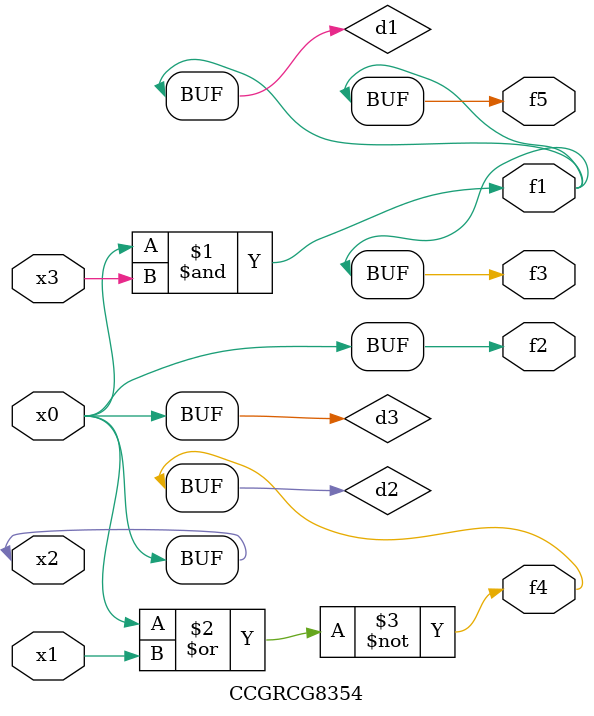
<source format=v>
module CCGRCG8354(
	input x0, x1, x2, x3,
	output f1, f2, f3, f4, f5
);

	wire d1, d2, d3;

	and (d1, x2, x3);
	nor (d2, x0, x1);
	buf (d3, x0, x2);
	assign f1 = d1;
	assign f2 = d3;
	assign f3 = d1;
	assign f4 = d2;
	assign f5 = d1;
endmodule

</source>
